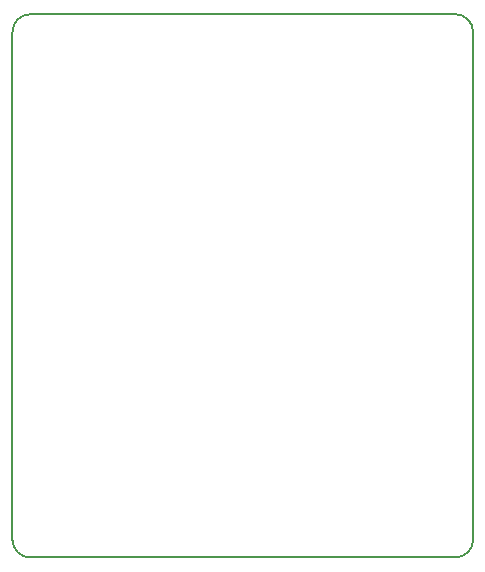
<source format=gm1>
G04 #@! TF.GenerationSoftware,KiCad,Pcbnew,8.0.4*
G04 #@! TF.CreationDate,2025-03-17T12:40:48-07:00*
G04 #@! TF.ProjectId,displaypcb,64697370-6c61-4797-9063-622e6b696361,2*
G04 #@! TF.SameCoordinates,Original*
G04 #@! TF.FileFunction,Profile,NP*
%FSLAX46Y46*%
G04 Gerber Fmt 4.6, Leading zero omitted, Abs format (unit mm)*
G04 Created by KiCad (PCBNEW 8.0.4) date 2025-03-17 12:40:48*
%MOMM*%
%LPD*%
G01*
G04 APERTURE LIST*
G04 #@! TA.AperFunction,Profile*
%ADD10C,0.150000*%
G04 #@! TD*
G04 APERTURE END LIST*
D10*
X115000000Y-121500000D02*
G75*
G02*
X113500000Y-123000000I-1500000J0D01*
G01*
X76000000Y-78500000D02*
X76000000Y-121500000D01*
X77500000Y-123000000D02*
G75*
G02*
X76000000Y-121500000I0J1500000D01*
G01*
X113500000Y-123000000D02*
X77500000Y-123000000D01*
X115000000Y-78500000D02*
X115000000Y-121500000D01*
X113500000Y-77000000D02*
G75*
G02*
X115000000Y-78500000I0J-1500000D01*
G01*
X77500000Y-77000000D02*
X113500000Y-77000000D01*
X76000000Y-78500000D02*
G75*
G02*
X77500000Y-77000000I1500000J0D01*
G01*
M02*

</source>
